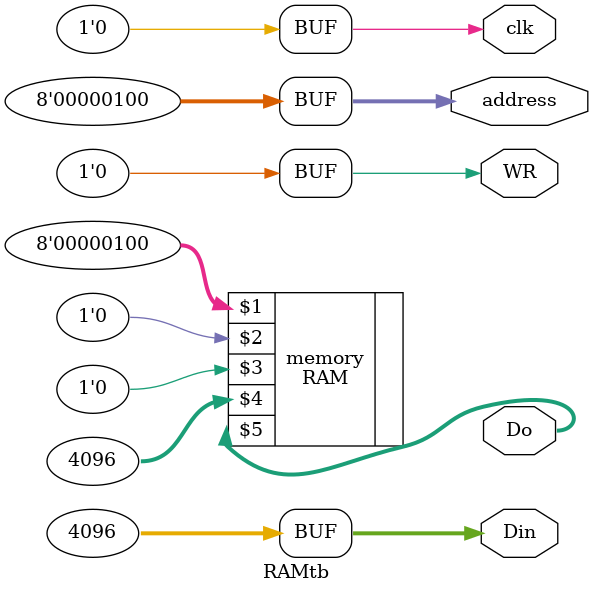
<source format=v>
module RAMtb (address, WR, clk, Din, Do);

	output reg [7:0] address;
	output reg WR, clk;
	output reg [31:0] Din;
	output wire[31:0] Do;
	//output wire [3:0] x;
	
	RAM memory (address, WR, clk, Din, Do);
	
	initial begin
	WR <= 1;
	address <= 8'd0;
	Din <= 32'd128;
	clk <= 0;
	#5
	clk <= 1;
	#5
	clk <= 0;
	#5
	address <= 8'd4;
	Din <= 32'd4096;
	clk <= 1;
	#5
	clk <= 0;
	#5
	WR <= 0;
	#5
	address <= 8'd0;
	clk <= 1;
	#5
	clk <= 0;
	#5
	address <= 8'd4;
	clk <= 1;
	#5
	clk <= 0;
	end

endmodule

</source>
